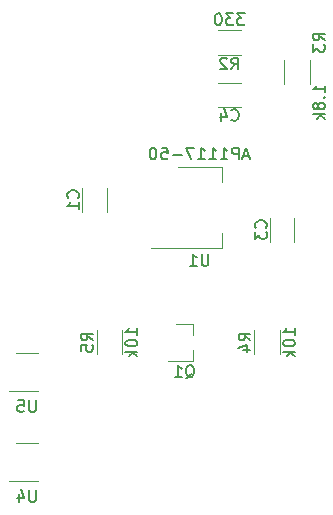
<source format=gbr>
G04 #@! TF.FileFunction,Legend,Bot*
%FSLAX46Y46*%
G04 Gerber Fmt 4.6, Leading zero omitted, Abs format (unit mm)*
G04 Created by KiCad (PCBNEW 4.0.7) date Monday, March 05, 2018 'PMt' 09:34:27 PM*
%MOMM*%
%LPD*%
G01*
G04 APERTURE LIST*
%ADD10C,0.100000*%
%ADD11C,0.120000*%
%ADD12C,0.150000*%
G04 APERTURE END LIST*
D10*
D11*
X67560000Y-32115000D02*
X67560000Y-30115000D01*
X69600000Y-30115000D02*
X69600000Y-32115000D01*
X83435000Y-34655000D02*
X83435000Y-32655000D01*
X85475000Y-32655000D02*
X85475000Y-34655000D01*
X81010000Y-23245000D02*
X79010000Y-23245000D01*
X79010000Y-21205000D02*
X81010000Y-21205000D01*
X81010000Y-16710000D02*
X79010000Y-16710000D01*
X79010000Y-18850000D02*
X81010000Y-18850000D01*
X86795000Y-21320000D02*
X86795000Y-19320000D01*
X84655000Y-19320000D02*
X84655000Y-21320000D01*
X84255000Y-44180000D02*
X84255000Y-42180000D01*
X82115000Y-42180000D02*
X82115000Y-44180000D01*
X70920000Y-44180000D02*
X70920000Y-42180000D01*
X68780000Y-42180000D02*
X68780000Y-44180000D01*
X79380000Y-28340000D02*
X79380000Y-29600000D01*
X79380000Y-35160000D02*
X79380000Y-33900000D01*
X75620000Y-28340000D02*
X79380000Y-28340000D01*
X73370000Y-35160000D02*
X79380000Y-35160000D01*
X61965000Y-51730000D02*
X63765000Y-51730000D01*
X63765000Y-54950000D02*
X61315000Y-54950000D01*
X61965000Y-44110000D02*
X63765000Y-44110000D01*
X63765000Y-47330000D02*
X61315000Y-47330000D01*
X76960000Y-41600000D02*
X76960000Y-42530000D01*
X76960000Y-44760000D02*
X76960000Y-43830000D01*
X76960000Y-44760000D02*
X74800000Y-44760000D01*
X76960000Y-41600000D02*
X75500000Y-41600000D01*
D12*
X67187143Y-30948334D02*
X67234762Y-30900715D01*
X67282381Y-30757858D01*
X67282381Y-30662620D01*
X67234762Y-30519762D01*
X67139524Y-30424524D01*
X67044286Y-30376905D01*
X66853810Y-30329286D01*
X66710952Y-30329286D01*
X66520476Y-30376905D01*
X66425238Y-30424524D01*
X66330000Y-30519762D01*
X66282381Y-30662620D01*
X66282381Y-30757858D01*
X66330000Y-30900715D01*
X66377619Y-30948334D01*
X67282381Y-31900715D02*
X67282381Y-31329286D01*
X67282381Y-31615000D02*
X66282381Y-31615000D01*
X66425238Y-31519762D01*
X66520476Y-31424524D01*
X66568095Y-31329286D01*
X83062143Y-33488334D02*
X83109762Y-33440715D01*
X83157381Y-33297858D01*
X83157381Y-33202620D01*
X83109762Y-33059762D01*
X83014524Y-32964524D01*
X82919286Y-32916905D01*
X82728810Y-32869286D01*
X82585952Y-32869286D01*
X82395476Y-32916905D01*
X82300238Y-32964524D01*
X82205000Y-33059762D01*
X82157381Y-33202620D01*
X82157381Y-33297858D01*
X82205000Y-33440715D01*
X82252619Y-33488334D01*
X82157381Y-33821667D02*
X82157381Y-34440715D01*
X82538333Y-34107381D01*
X82538333Y-34250239D01*
X82585952Y-34345477D01*
X82633571Y-34393096D01*
X82728810Y-34440715D01*
X82966905Y-34440715D01*
X83062143Y-34393096D01*
X83109762Y-34345477D01*
X83157381Y-34250239D01*
X83157381Y-33964524D01*
X83109762Y-33869286D01*
X83062143Y-33821667D01*
X80176666Y-24332143D02*
X80224285Y-24379762D01*
X80367142Y-24427381D01*
X80462380Y-24427381D01*
X80605238Y-24379762D01*
X80700476Y-24284524D01*
X80748095Y-24189286D01*
X80795714Y-23998810D01*
X80795714Y-23855952D01*
X80748095Y-23665476D01*
X80700476Y-23570238D01*
X80605238Y-23475000D01*
X80462380Y-23427381D01*
X80367142Y-23427381D01*
X80224285Y-23475000D01*
X80176666Y-23522619D01*
X79319523Y-23760714D02*
X79319523Y-24427381D01*
X79557619Y-23379762D02*
X79795714Y-24094048D01*
X79176666Y-24094048D01*
X80176666Y-20082381D02*
X80510000Y-19606190D01*
X80748095Y-20082381D02*
X80748095Y-19082381D01*
X80367142Y-19082381D01*
X80271904Y-19130000D01*
X80224285Y-19177619D01*
X80176666Y-19272857D01*
X80176666Y-19415714D01*
X80224285Y-19510952D01*
X80271904Y-19558571D01*
X80367142Y-19606190D01*
X80748095Y-19606190D01*
X79795714Y-19177619D02*
X79748095Y-19130000D01*
X79652857Y-19082381D01*
X79414761Y-19082381D01*
X79319523Y-19130000D01*
X79271904Y-19177619D01*
X79224285Y-19272857D01*
X79224285Y-19368095D01*
X79271904Y-19510952D01*
X79843333Y-20082381D01*
X79224285Y-20082381D01*
X81295714Y-15332381D02*
X80676666Y-15332381D01*
X81010000Y-15713333D01*
X80867142Y-15713333D01*
X80771904Y-15760952D01*
X80724285Y-15808571D01*
X80676666Y-15903810D01*
X80676666Y-16141905D01*
X80724285Y-16237143D01*
X80771904Y-16284762D01*
X80867142Y-16332381D01*
X81152857Y-16332381D01*
X81248095Y-16284762D01*
X81295714Y-16237143D01*
X80343333Y-15332381D02*
X79724285Y-15332381D01*
X80057619Y-15713333D01*
X79914761Y-15713333D01*
X79819523Y-15760952D01*
X79771904Y-15808571D01*
X79724285Y-15903810D01*
X79724285Y-16141905D01*
X79771904Y-16237143D01*
X79819523Y-16284762D01*
X79914761Y-16332381D01*
X80200476Y-16332381D01*
X80295714Y-16284762D01*
X80343333Y-16237143D01*
X79105238Y-15332381D02*
X79009999Y-15332381D01*
X78914761Y-15380000D01*
X78867142Y-15427619D01*
X78819523Y-15522857D01*
X78771904Y-15713333D01*
X78771904Y-15951429D01*
X78819523Y-16141905D01*
X78867142Y-16237143D01*
X78914761Y-16284762D01*
X79009999Y-16332381D01*
X79105238Y-16332381D01*
X79200476Y-16284762D01*
X79248095Y-16237143D01*
X79295714Y-16141905D01*
X79343333Y-15951429D01*
X79343333Y-15713333D01*
X79295714Y-15522857D01*
X79248095Y-15427619D01*
X79200476Y-15380000D01*
X79105238Y-15332381D01*
X88082381Y-17613334D02*
X87606190Y-17280000D01*
X88082381Y-17041905D02*
X87082381Y-17041905D01*
X87082381Y-17422858D01*
X87130000Y-17518096D01*
X87177619Y-17565715D01*
X87272857Y-17613334D01*
X87415714Y-17613334D01*
X87510952Y-17565715D01*
X87558571Y-17518096D01*
X87606190Y-17422858D01*
X87606190Y-17041905D01*
X87082381Y-17946667D02*
X87082381Y-18565715D01*
X87463333Y-18232381D01*
X87463333Y-18375239D01*
X87510952Y-18470477D01*
X87558571Y-18518096D01*
X87653810Y-18565715D01*
X87891905Y-18565715D01*
X87987143Y-18518096D01*
X88034762Y-18470477D01*
X88082381Y-18375239D01*
X88082381Y-18089524D01*
X88034762Y-17994286D01*
X87987143Y-17946667D01*
X88082381Y-22026667D02*
X88082381Y-21455238D01*
X88082381Y-21740952D02*
X87082381Y-21740952D01*
X87225238Y-21645714D01*
X87320476Y-21550476D01*
X87368095Y-21455238D01*
X87987143Y-22455238D02*
X88034762Y-22502857D01*
X88082381Y-22455238D01*
X88034762Y-22407619D01*
X87987143Y-22455238D01*
X88082381Y-22455238D01*
X87510952Y-23074285D02*
X87463333Y-22979047D01*
X87415714Y-22931428D01*
X87320476Y-22883809D01*
X87272857Y-22883809D01*
X87177619Y-22931428D01*
X87130000Y-22979047D01*
X87082381Y-23074285D01*
X87082381Y-23264762D01*
X87130000Y-23360000D01*
X87177619Y-23407619D01*
X87272857Y-23455238D01*
X87320476Y-23455238D01*
X87415714Y-23407619D01*
X87463333Y-23360000D01*
X87510952Y-23264762D01*
X87510952Y-23074285D01*
X87558571Y-22979047D01*
X87606190Y-22931428D01*
X87701429Y-22883809D01*
X87891905Y-22883809D01*
X87987143Y-22931428D01*
X88034762Y-22979047D01*
X88082381Y-23074285D01*
X88082381Y-23264762D01*
X88034762Y-23360000D01*
X87987143Y-23407619D01*
X87891905Y-23455238D01*
X87701429Y-23455238D01*
X87606190Y-23407619D01*
X87558571Y-23360000D01*
X87510952Y-23264762D01*
X88082381Y-23883809D02*
X87082381Y-23883809D01*
X87701429Y-23979047D02*
X88082381Y-24264762D01*
X87415714Y-24264762D02*
X87796667Y-23883809D01*
X81787381Y-43013334D02*
X81311190Y-42680000D01*
X81787381Y-42441905D02*
X80787381Y-42441905D01*
X80787381Y-42822858D01*
X80835000Y-42918096D01*
X80882619Y-42965715D01*
X80977857Y-43013334D01*
X81120714Y-43013334D01*
X81215952Y-42965715D01*
X81263571Y-42918096D01*
X81311190Y-42822858D01*
X81311190Y-42441905D01*
X81120714Y-43870477D02*
X81787381Y-43870477D01*
X80739762Y-43632381D02*
X81454048Y-43394286D01*
X81454048Y-44013334D01*
X85542381Y-42584762D02*
X85542381Y-42013333D01*
X85542381Y-42299047D02*
X84542381Y-42299047D01*
X84685238Y-42203809D01*
X84780476Y-42108571D01*
X84828095Y-42013333D01*
X84542381Y-43203809D02*
X84542381Y-43299048D01*
X84590000Y-43394286D01*
X84637619Y-43441905D01*
X84732857Y-43489524D01*
X84923333Y-43537143D01*
X85161429Y-43537143D01*
X85351905Y-43489524D01*
X85447143Y-43441905D01*
X85494762Y-43394286D01*
X85542381Y-43299048D01*
X85542381Y-43203809D01*
X85494762Y-43108571D01*
X85447143Y-43060952D01*
X85351905Y-43013333D01*
X85161429Y-42965714D01*
X84923333Y-42965714D01*
X84732857Y-43013333D01*
X84637619Y-43060952D01*
X84590000Y-43108571D01*
X84542381Y-43203809D01*
X85542381Y-43965714D02*
X84542381Y-43965714D01*
X85161429Y-44060952D02*
X85542381Y-44346667D01*
X84875714Y-44346667D02*
X85256667Y-43965714D01*
X68452381Y-43013334D02*
X67976190Y-42680000D01*
X68452381Y-42441905D02*
X67452381Y-42441905D01*
X67452381Y-42822858D01*
X67500000Y-42918096D01*
X67547619Y-42965715D01*
X67642857Y-43013334D01*
X67785714Y-43013334D01*
X67880952Y-42965715D01*
X67928571Y-42918096D01*
X67976190Y-42822858D01*
X67976190Y-42441905D01*
X67452381Y-43918096D02*
X67452381Y-43441905D01*
X67928571Y-43394286D01*
X67880952Y-43441905D01*
X67833333Y-43537143D01*
X67833333Y-43775239D01*
X67880952Y-43870477D01*
X67928571Y-43918096D01*
X68023810Y-43965715D01*
X68261905Y-43965715D01*
X68357143Y-43918096D01*
X68404762Y-43870477D01*
X68452381Y-43775239D01*
X68452381Y-43537143D01*
X68404762Y-43441905D01*
X68357143Y-43394286D01*
X72202381Y-42584762D02*
X72202381Y-42013333D01*
X72202381Y-42299047D02*
X71202381Y-42299047D01*
X71345238Y-42203809D01*
X71440476Y-42108571D01*
X71488095Y-42013333D01*
X71202381Y-43203809D02*
X71202381Y-43299048D01*
X71250000Y-43394286D01*
X71297619Y-43441905D01*
X71392857Y-43489524D01*
X71583333Y-43537143D01*
X71821429Y-43537143D01*
X72011905Y-43489524D01*
X72107143Y-43441905D01*
X72154762Y-43394286D01*
X72202381Y-43299048D01*
X72202381Y-43203809D01*
X72154762Y-43108571D01*
X72107143Y-43060952D01*
X72011905Y-43013333D01*
X71821429Y-42965714D01*
X71583333Y-42965714D01*
X71392857Y-43013333D01*
X71297619Y-43060952D01*
X71250000Y-43108571D01*
X71202381Y-43203809D01*
X72202381Y-43965714D02*
X71202381Y-43965714D01*
X71821429Y-44060952D02*
X72202381Y-44346667D01*
X71535714Y-44346667D02*
X71916667Y-43965714D01*
X78231905Y-35702381D02*
X78231905Y-36511905D01*
X78184286Y-36607143D01*
X78136667Y-36654762D01*
X78041429Y-36702381D01*
X77850952Y-36702381D01*
X77755714Y-36654762D01*
X77708095Y-36607143D01*
X77660476Y-36511905D01*
X77660476Y-35702381D01*
X76660476Y-36702381D02*
X77231905Y-36702381D01*
X76946191Y-36702381D02*
X76946191Y-35702381D01*
X77041429Y-35845238D01*
X77136667Y-35940476D01*
X77231905Y-35988095D01*
X81684286Y-27416667D02*
X81208095Y-27416667D01*
X81779524Y-27702381D02*
X81446191Y-26702381D01*
X81112857Y-27702381D01*
X80779524Y-27702381D02*
X80779524Y-26702381D01*
X80398571Y-26702381D01*
X80303333Y-26750000D01*
X80255714Y-26797619D01*
X80208095Y-26892857D01*
X80208095Y-27035714D01*
X80255714Y-27130952D01*
X80303333Y-27178571D01*
X80398571Y-27226190D01*
X80779524Y-27226190D01*
X79255714Y-27702381D02*
X79827143Y-27702381D01*
X79541429Y-27702381D02*
X79541429Y-26702381D01*
X79636667Y-26845238D01*
X79731905Y-26940476D01*
X79827143Y-26988095D01*
X78303333Y-27702381D02*
X78874762Y-27702381D01*
X78589048Y-27702381D02*
X78589048Y-26702381D01*
X78684286Y-26845238D01*
X78779524Y-26940476D01*
X78874762Y-26988095D01*
X77350952Y-27702381D02*
X77922381Y-27702381D01*
X77636667Y-27702381D02*
X77636667Y-26702381D01*
X77731905Y-26845238D01*
X77827143Y-26940476D01*
X77922381Y-26988095D01*
X77017619Y-26702381D02*
X76350952Y-26702381D01*
X76779524Y-27702381D01*
X75970000Y-27321429D02*
X75208095Y-27321429D01*
X74255714Y-26702381D02*
X74731905Y-26702381D01*
X74779524Y-27178571D01*
X74731905Y-27130952D01*
X74636667Y-27083333D01*
X74398571Y-27083333D01*
X74303333Y-27130952D01*
X74255714Y-27178571D01*
X74208095Y-27273810D01*
X74208095Y-27511905D01*
X74255714Y-27607143D01*
X74303333Y-27654762D01*
X74398571Y-27702381D01*
X74636667Y-27702381D01*
X74731905Y-27654762D01*
X74779524Y-27607143D01*
X73589048Y-26702381D02*
X73493809Y-26702381D01*
X73398571Y-26750000D01*
X73350952Y-26797619D01*
X73303333Y-26892857D01*
X73255714Y-27083333D01*
X73255714Y-27321429D01*
X73303333Y-27511905D01*
X73350952Y-27607143D01*
X73398571Y-27654762D01*
X73493809Y-27702381D01*
X73589048Y-27702381D01*
X73684286Y-27654762D01*
X73731905Y-27607143D01*
X73779524Y-27511905D01*
X73827143Y-27321429D01*
X73827143Y-27083333D01*
X73779524Y-26892857D01*
X73731905Y-26797619D01*
X73684286Y-26750000D01*
X73589048Y-26702381D01*
X63626905Y-55692381D02*
X63626905Y-56501905D01*
X63579286Y-56597143D01*
X63531667Y-56644762D01*
X63436429Y-56692381D01*
X63245952Y-56692381D01*
X63150714Y-56644762D01*
X63103095Y-56597143D01*
X63055476Y-56501905D01*
X63055476Y-55692381D01*
X62150714Y-56025714D02*
X62150714Y-56692381D01*
X62388810Y-55644762D02*
X62626905Y-56359048D01*
X62007857Y-56359048D01*
X63626905Y-48072381D02*
X63626905Y-48881905D01*
X63579286Y-48977143D01*
X63531667Y-49024762D01*
X63436429Y-49072381D01*
X63245952Y-49072381D01*
X63150714Y-49024762D01*
X63103095Y-48977143D01*
X63055476Y-48881905D01*
X63055476Y-48072381D01*
X62103095Y-48072381D02*
X62579286Y-48072381D01*
X62626905Y-48548571D01*
X62579286Y-48500952D01*
X62484048Y-48453333D01*
X62245952Y-48453333D01*
X62150714Y-48500952D01*
X62103095Y-48548571D01*
X62055476Y-48643810D01*
X62055476Y-48881905D01*
X62103095Y-48977143D01*
X62150714Y-49024762D01*
X62245952Y-49072381D01*
X62484048Y-49072381D01*
X62579286Y-49024762D01*
X62626905Y-48977143D01*
X76295238Y-46227619D02*
X76390476Y-46180000D01*
X76485714Y-46084762D01*
X76628571Y-45941905D01*
X76723810Y-45894286D01*
X76819048Y-45894286D01*
X76771429Y-46132381D02*
X76866667Y-46084762D01*
X76961905Y-45989524D01*
X77009524Y-45799048D01*
X77009524Y-45465714D01*
X76961905Y-45275238D01*
X76866667Y-45180000D01*
X76771429Y-45132381D01*
X76580952Y-45132381D01*
X76485714Y-45180000D01*
X76390476Y-45275238D01*
X76342857Y-45465714D01*
X76342857Y-45799048D01*
X76390476Y-45989524D01*
X76485714Y-46084762D01*
X76580952Y-46132381D01*
X76771429Y-46132381D01*
X75390476Y-46132381D02*
X75961905Y-46132381D01*
X75676191Y-46132381D02*
X75676191Y-45132381D01*
X75771429Y-45275238D01*
X75866667Y-45370476D01*
X75961905Y-45418095D01*
M02*

</source>
